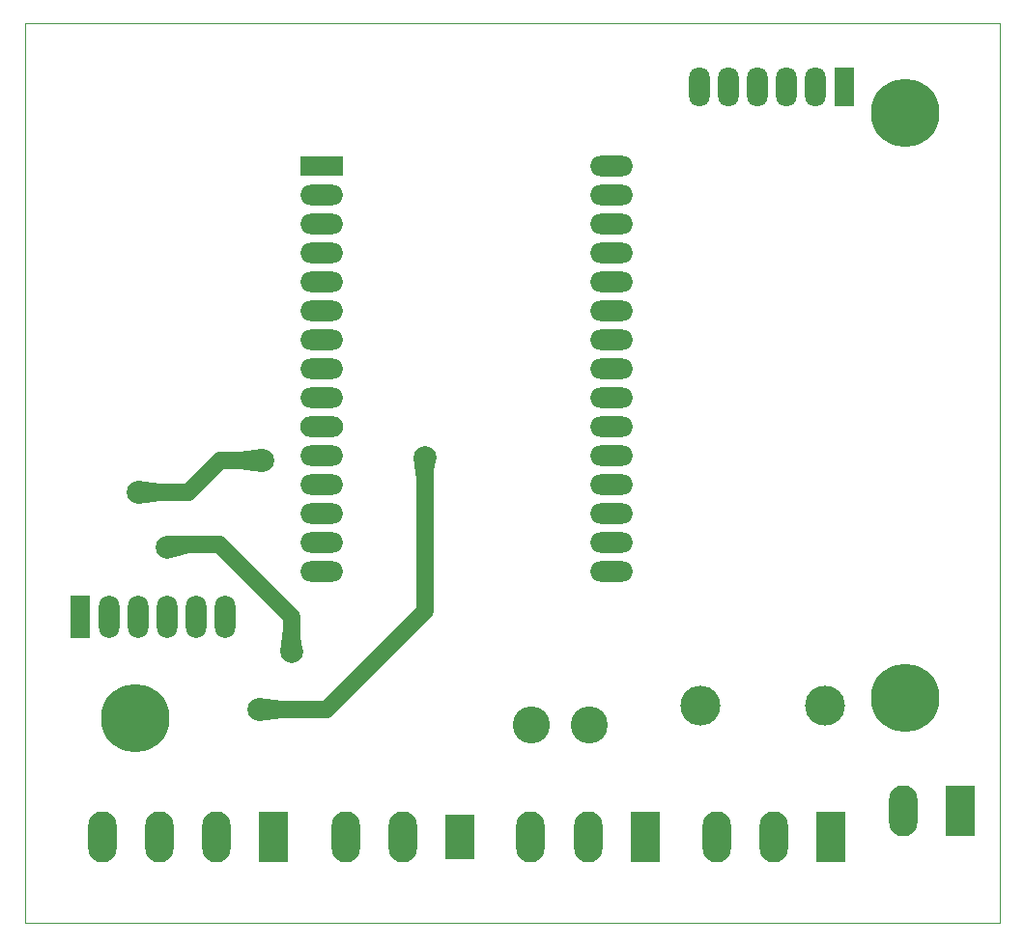
<source format=gbr>
%TF.GenerationSoftware,KiCad,Pcbnew,8.0.1*%
%TF.CreationDate,2024-04-13T21:14:01-05:00*%
%TF.ProjectId,Modulo_DEC,4d6f6475-6c6f-45f4-9445-432e6b696361,rev?*%
%TF.SameCoordinates,Original*%
%TF.FileFunction,Copper,L1,Top*%
%TF.FilePolarity,Positive*%
%FSLAX46Y46*%
G04 Gerber Fmt 4.6, Leading zero omitted, Abs format (unit mm)*
G04 Created by KiCad (PCBNEW 8.0.1) date 2024-04-13 21:14:01*
%MOMM*%
%LPD*%
G01*
G04 APERTURE LIST*
%TA.AperFunction,ComponentPad*%
%ADD10R,3.750000X1.800000*%
%TD*%
%TA.AperFunction,ComponentPad*%
%ADD11O,3.750000X1.800000*%
%TD*%
%TA.AperFunction,FiducialPad,Local*%
%ADD12O,3.750000X1.850000*%
%TD*%
%TA.AperFunction,ComponentPad*%
%ADD13C,3.250000*%
%TD*%
%TA.AperFunction,ComponentPad*%
%ADD14O,3.250000X3.250000*%
%TD*%
%TA.AperFunction,ComponentPad*%
%ADD15C,6.000000*%
%TD*%
%TA.AperFunction,ComponentPad*%
%ADD16R,2.500000X4.500000*%
%TD*%
%TA.AperFunction,ComponentPad*%
%ADD17O,2.500000X4.500000*%
%TD*%
%TA.AperFunction,ComponentPad*%
%ADD18R,2.500000X3.960000*%
%TD*%
%TA.AperFunction,ComponentPad*%
%ADD19C,3.500000*%
%TD*%
%TA.AperFunction,ComponentPad*%
%ADD20O,3.500000X3.500000*%
%TD*%
%TA.AperFunction,ComponentPad*%
%ADD21R,1.800000X3.500000*%
%TD*%
%TA.AperFunction,ComponentPad*%
%ADD22O,1.800000X3.500000*%
%TD*%
%TA.AperFunction,ComponentPad*%
%ADD23R,1.800000X3.750000*%
%TD*%
%TA.AperFunction,ComponentPad*%
%ADD24O,1.800000X3.750000*%
%TD*%
%TA.AperFunction,ViaPad*%
%ADD25C,2.000000*%
%TD*%
%TA.AperFunction,Conductor*%
%ADD26C,1.500000*%
%TD*%
%TA.AperFunction,Profile*%
%ADD27C,0.100000*%
%TD*%
G04 APERTURE END LIST*
D10*
%TO.P,U1,1,3V3*%
%TO.N,3V3*%
X128866000Y-35646000D03*
D11*
%TO.P,U1,2,GND*%
%TO.N,GND*%
X128866000Y-38186000D03*
%TO.P,U1,3,D15*%
%TO.N,unconnected-(U1-D15-Pad3)*%
X128866000Y-40726000D03*
%TO.P,U1,4,D2*%
%TO.N,unconnected-(U1-D2-Pad4)*%
X128866000Y-43266000D03*
%TO.P,U1,5,D4*%
%TO.N,unconnected-(U1-D4-Pad5)*%
X128866000Y-45806000D03*
%TO.P,U1,6,RX2*%
%TO.N,unconnected-(U1-RX2-Pad6)*%
X128866000Y-48346000D03*
%TO.P,U1,7,TX2*%
%TO.N,unconnected-(U1-TX2-Pad7)*%
X128866000Y-50886000D03*
%TO.P,U1,8,D5*%
%TO.N,D5*%
X128866000Y-53426000D03*
%TO.P,U1,9,D18*%
%TO.N,D18*%
X128866000Y-55966000D03*
D12*
%TO.P,U1,10,D19*%
%TO.N,D19*%
X128866000Y-58506000D03*
D11*
%TO.P,U1,11,D21*%
%TO.N,SDA*%
X128866000Y-61046000D03*
%TO.P,U1,12,RX0*%
%TO.N,unconnected-(U1-RX0-Pad12)*%
X128866000Y-63586000D03*
%TO.P,U1,13,TX0*%
%TO.N,unconnected-(U1-TX0-Pad13)*%
X128866000Y-66126000D03*
%TO.P,U1,14,D22*%
%TO.N,SCL*%
X128866000Y-68666000D03*
%TO.P,U1,15,D23*%
%TO.N,D23*%
X128866000Y-71206000D03*
%TO.P,U1,16,EN*%
%TO.N,unconnected-(U1-EN-Pad16)*%
X154266000Y-71206000D03*
%TO.P,U1,17,VP*%
%TO.N,unconnected-(U1-VP-Pad17)*%
X154266000Y-68666000D03*
%TO.P,U1,18,VN*%
%TO.N,unconnected-(U1-VN-Pad18)*%
X154266000Y-66126000D03*
%TO.P,U1,19,D34*%
%TO.N,D34*%
X154266000Y-63586000D03*
%TO.P,U1,20,D35*%
%TO.N,D35*%
X154266000Y-61046000D03*
%TO.P,U1,21,D32*%
%TO.N,unconnected-(U1-D32-Pad21)*%
X154266000Y-58506000D03*
%TO.P,U1,22,D33*%
%TO.N,D33*%
X154266000Y-55966000D03*
%TO.P,U1,23,D25*%
%TO.N,unconnected-(U1-D25-Pad23)*%
X154266000Y-53426000D03*
%TO.P,U1,24,D26*%
%TO.N,unconnected-(U1-D26-Pad24)*%
X154266000Y-50886000D03*
%TO.P,U1,25,D27*%
%TO.N,unconnected-(U1-D27-Pad25)*%
X154266000Y-48346000D03*
%TO.P,U1,26,D14*%
%TO.N,unconnected-(U1-D14-Pad26)*%
X154266000Y-45806000D03*
%TO.P,U1,27,D12*%
%TO.N,unconnected-(U1-D12-Pad27)*%
X154266000Y-43266000D03*
%TO.P,U1,28,D13*%
%TO.N,unconnected-(U1-D13-Pad28)*%
X154266000Y-40726000D03*
%TO.P,U1,29,GND*%
%TO.N,GND*%
X154266000Y-38186000D03*
%TO.P,U1,30,VIN*%
%TO.N,VCC*%
X154266000Y-35646000D03*
%TD*%
D13*
%TO.P,R1,1*%
%TO.N,GND*%
X152350000Y-84670000D03*
D14*
%TO.P,R1,2*%
%TO.N,D35*%
X147270000Y-84670000D03*
%TD*%
D15*
%TO.P,H3,1*%
%TO.N,N/C*%
X180000000Y-31000000D03*
%TD*%
D16*
%TO.P,J4,1,Pin_1*%
%TO.N,VCC*%
X173510000Y-94488000D03*
D17*
%TO.P,J4,2,Pin_2*%
%TO.N,D33*%
X168510000Y-94488000D03*
%TO.P,J4,3,Pin_3*%
%TO.N,GND*%
X163510000Y-94488000D03*
%TD*%
D18*
%TO.P,J2,1,Pin_1*%
%TO.N,3V3*%
X140975000Y-94478000D03*
D17*
%TO.P,J2,2,Pin_2*%
%TO.N,GND*%
X135975000Y-94478000D03*
%TO.P,J2,3,Pin_3*%
%TO.N,D34*%
X130975000Y-94478000D03*
%TD*%
D19*
%TO.P,R2,1*%
%TO.N,VCC*%
X173000000Y-83000000D03*
D20*
%TO.P,R2,2*%
%TO.N,D33*%
X162078000Y-83000000D03*
%TD*%
D16*
%TO.P,J5,1,Pin_1*%
%TO.N,VCC*%
X184883000Y-92202000D03*
D17*
%TO.P,J5,2,Pin_2*%
%TO.N,GND*%
X179883000Y-92202000D03*
%TD*%
D21*
%TO.P,RTC1,1,COM1*%
%TO.N,GND*%
X174660000Y-28702000D03*
D22*
%TO.P,RTC1,2,R1*%
%TO.N,VCC*%
X172120000Y-28702000D03*
%TO.P,RTC1,3,R2*%
%TO.N,SDA*%
X169580000Y-28702000D03*
%TO.P,RTC1,4,R3*%
%TO.N,SCL*%
X167040000Y-28702000D03*
%TO.P,RTC1,5,R4*%
%TO.N,unconnected-(RTC1-R4-Pad5)*%
X164500000Y-28702000D03*
%TO.P,RTC1,6,COM2*%
%TO.N,unconnected-(RTC1-COM2-Pad6)*%
X161960000Y-28702000D03*
%TD*%
D15*
%TO.P,H1,1*%
%TO.N,N/C*%
X112525000Y-84050000D03*
%TD*%
D16*
%TO.P,J1,1,Pin_1*%
%TO.N,3V3*%
X124690000Y-94488000D03*
D17*
%TO.P,J1,2,Pin_2*%
%TO.N,GND*%
X119690000Y-94488000D03*
%TO.P,J1,3,Pin_3*%
%TO.N,SCL*%
X114690000Y-94488000D03*
%TO.P,J1,4,Pin_4*%
%TO.N,SDA*%
X109690000Y-94488000D03*
%TD*%
D16*
%TO.P,J3,1,Pin_1*%
%TO.N,3V3*%
X157225000Y-94478000D03*
D17*
%TO.P,J3,2,Pin_2*%
%TO.N,GND*%
X152225000Y-94478000D03*
%TO.P,J3,3,Pin_3*%
%TO.N,D35*%
X147225000Y-94478000D03*
%TD*%
D23*
%TO.P,SDModule1,1,COM1*%
%TO.N,GND*%
X107700000Y-75230000D03*
D24*
%TO.P,SDModule1,2,R1*%
%TO.N,3V3*%
X110240000Y-75230000D03*
%TO.P,SDModule1,3,R2*%
%TO.N,D19*%
X112780000Y-75230000D03*
%TO.P,SDModule1,4,R3*%
%TO.N,D23*%
X115320000Y-75230000D03*
%TO.P,SDModule1,5,R4*%
%TO.N,D18*%
X117860000Y-75230000D03*
%TO.P,SDModule1,6,COM2*%
%TO.N,D5*%
X120400000Y-75230000D03*
%TD*%
D15*
%TO.P,H2,1*%
%TO.N,N/C*%
X180000000Y-82296000D03*
%TD*%
D25*
%TO.N,SDA*%
X137922000Y-61214000D03*
X123400000Y-83312000D03*
%TO.N,D23*%
X126238000Y-78232000D03*
X115316000Y-69088000D03*
%TO.N,D19*%
X123698000Y-61468000D03*
X112776000Y-64262000D03*
%TD*%
D26*
%TO.N,SDA*%
X123400000Y-83312000D02*
X129286000Y-83312000D01*
X129286000Y-83312000D02*
X137922000Y-74676000D01*
X137922000Y-74676000D02*
X137922000Y-61214000D01*
%TO.N,D23*%
X119888000Y-68834000D02*
X126238000Y-75184000D01*
X115570000Y-68834000D02*
X115824000Y-68834000D01*
X115570000Y-68834000D02*
X119888000Y-68834000D01*
X126238000Y-75184000D02*
X126238000Y-78232000D01*
X115316000Y-69088000D02*
X115570000Y-68834000D01*
%TO.N,D19*%
X123698000Y-61468000D02*
X120032000Y-61468000D01*
X117238000Y-64262000D02*
X112776000Y-64262000D01*
X120032000Y-61468000D02*
X117238000Y-64262000D01*
X112865000Y-75145000D02*
X112780000Y-75230000D01*
%TD*%
%TA.AperFunction,Conductor*%
%TO.N,D23*%
G36*
X117262033Y-68087434D02*
G01*
X117265477Y-68095700D01*
X117265477Y-69575066D01*
X117262050Y-69583339D01*
X117256859Y-69586353D01*
X115708619Y-70009166D01*
X115699736Y-70008039D01*
X115694732Y-70002366D01*
X115315897Y-69090160D01*
X115315002Y-69085661D01*
X115315988Y-68099664D01*
X115319423Y-68091395D01*
X115327663Y-68087976D01*
X117253753Y-68084024D01*
X117262033Y-68087434D01*
G37*
%TD.AperFunction*%
%TD*%
%TA.AperFunction,Conductor*%
%TO.N,D19*%
G36*
X123693496Y-60472017D02*
G01*
X123697923Y-60479801D01*
X123698013Y-60481240D01*
X123699000Y-61468000D01*
X123699000Y-61468024D01*
X123698013Y-62454759D01*
X123694578Y-62463028D01*
X123686301Y-62466447D01*
X123684862Y-62466357D01*
X121708249Y-62219281D01*
X121700465Y-62214854D01*
X121698000Y-62207671D01*
X121698000Y-60728328D01*
X121701427Y-60720055D01*
X121708246Y-60716719D01*
X123684862Y-60469642D01*
X123693496Y-60472017D01*
G37*
%TD.AperFunction*%
%TD*%
%TA.AperFunction,Conductor*%
%TO.N,SDA*%
G36*
X123413134Y-82313641D02*
G01*
X125389752Y-82560719D01*
X125397535Y-82565145D01*
X125400000Y-82572328D01*
X125400000Y-84051671D01*
X125396573Y-84059944D01*
X125389751Y-84063281D01*
X123413137Y-84310357D01*
X123404503Y-84307982D01*
X123400076Y-84300198D01*
X123399986Y-84298771D01*
X123399000Y-83312000D01*
X123399986Y-82325238D01*
X123403421Y-82316971D01*
X123411698Y-82313552D01*
X123413134Y-82313641D01*
G37*
%TD.AperFunction*%
%TD*%
%TA.AperFunction,Conductor*%
%TO.N,D23*%
G36*
X126985944Y-76235427D02*
G01*
X126989281Y-76242249D01*
X127236357Y-78218862D01*
X127233982Y-78227496D01*
X127226198Y-78231923D01*
X127224759Y-78232013D01*
X126238012Y-78232999D01*
X126237988Y-78232999D01*
X125251240Y-78232013D01*
X125242971Y-78228578D01*
X125239552Y-78220301D01*
X125239642Y-78218862D01*
X125486719Y-76242249D01*
X125491146Y-76234465D01*
X125498329Y-76232000D01*
X126977671Y-76232000D01*
X126985944Y-76235427D01*
G37*
%TD.AperFunction*%
%TD*%
%TA.AperFunction,Conductor*%
%TO.N,D19*%
G36*
X112789134Y-63263641D02*
G01*
X114765752Y-63510719D01*
X114773535Y-63515145D01*
X114776000Y-63522328D01*
X114776000Y-65001671D01*
X114772573Y-65009944D01*
X114765751Y-65013281D01*
X112789137Y-65260357D01*
X112780503Y-65257982D01*
X112776076Y-65250198D01*
X112775986Y-65248771D01*
X112775000Y-64262000D01*
X112775986Y-63275238D01*
X112779421Y-63266971D01*
X112787698Y-63263552D01*
X112789134Y-63263641D01*
G37*
%TD.AperFunction*%
%TD*%
%TA.AperFunction,Conductor*%
%TO.N,SDA*%
G36*
X138908760Y-61213986D02*
G01*
X138917028Y-61217421D01*
X138920447Y-61225698D01*
X138920357Y-61227137D01*
X138673281Y-63203751D01*
X138668854Y-63211535D01*
X138661671Y-63214000D01*
X137182329Y-63214000D01*
X137174056Y-63210573D01*
X137170719Y-63203751D01*
X136923642Y-61227137D01*
X136926017Y-61218503D01*
X136933801Y-61214076D01*
X136935227Y-61213986D01*
X137922000Y-61213000D01*
X138908760Y-61213986D01*
G37*
%TD.AperFunction*%
%TD*%
D27*
X102890000Y-23100000D02*
X188300000Y-23100000D01*
X188300000Y-102040000D01*
X102890000Y-102040000D01*
X102890000Y-23100000D01*
M02*

</source>
